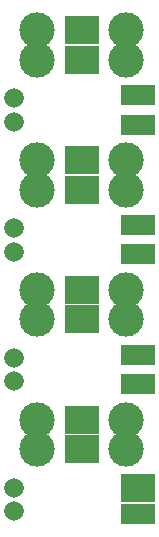
<source format=gts>
G04 #@! TF.FileFunction,Soldermask,Top*
%FSLAX46Y46*%
G04 Gerber Fmt 4.6, Leading zero omitted, Abs format (unit mm)*
G04 Created by KiCad (PCBNEW 4.0.6-e0-6349~53~ubuntu16.04.1) date Thu Jul 13 10:15:01 2017*
%MOMM*%
%LPD*%
G01*
G04 APERTURE LIST*
%ADD10C,0.100000*%
%ADD11R,2.940000X1.670000*%
%ADD12C,3.000000*%
%ADD13C,1.670000*%
%ADD14R,2.940000X2.400000*%
G04 APERTURE END LIST*
D10*
D11*
X41500000Y-58000000D03*
X41500000Y-55500000D03*
D12*
X40500000Y-50000000D03*
X40500000Y-52500000D03*
X33000000Y-52500000D03*
X33000000Y-50000000D03*
D13*
X31000000Y-55750000D03*
X31000000Y-57750000D03*
D14*
X36750000Y-50000000D03*
X36750000Y-52500000D03*
X36750000Y-63500000D03*
X36750000Y-61000000D03*
D13*
X31000000Y-68750000D03*
X31000000Y-66750000D03*
D12*
X33000000Y-61000000D03*
X33000000Y-63500000D03*
X40500000Y-63500000D03*
X40500000Y-61000000D03*
D14*
X41500000Y-66750000D03*
D11*
X41500000Y-69000000D03*
X41500000Y-47000000D03*
X41500000Y-44500000D03*
D12*
X40500000Y-39000000D03*
X40500000Y-41500000D03*
X33000000Y-41500000D03*
X33000000Y-39000000D03*
D13*
X31000000Y-44750000D03*
X31000000Y-46750000D03*
D14*
X36750000Y-39000000D03*
X36750000Y-41500000D03*
X36750000Y-30500000D03*
X36750000Y-28000000D03*
D13*
X31000000Y-35750000D03*
X31000000Y-33750000D03*
D12*
X33000000Y-28000000D03*
X33000000Y-30500000D03*
X40500000Y-30500000D03*
X40500000Y-28000000D03*
D11*
X41500000Y-33500000D03*
X41500000Y-36000000D03*
M02*

</source>
